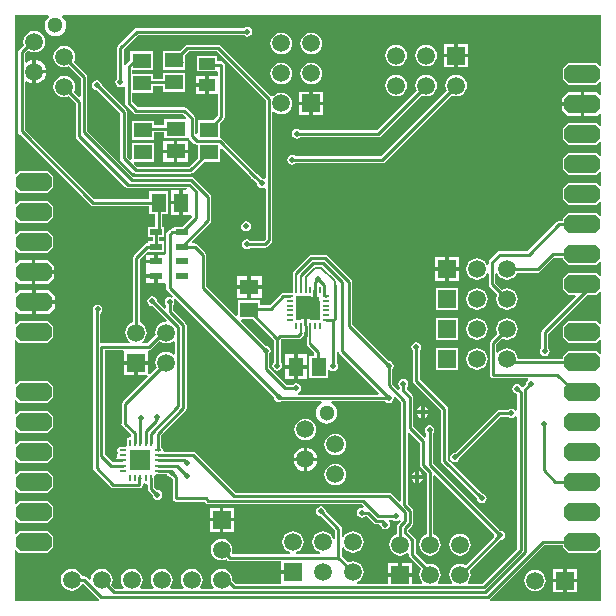
<source format=gtl>
%FSAX42Y42*%
%MOMM*%
G71*
G01*
G75*
G04 Layer_Physical_Order=1*
G04 Layer_Color=255*
%ADD10R,1.70X1.70*%
%ADD11O,0.65X0.20*%
%ADD12O,0.20X0.65*%
%ADD13R,1.60X1.30*%
%ADD14R,1.30X1.60*%
%ADD15R,1.10X0.60*%
%ADD16R,1.40X1.00*%
%ADD17R,0.23X0.60*%
%ADD18R,0.60X0.23*%
%ADD19C,0.25*%
%ADD20C,0.24*%
%ADD21C,0.20*%
%ADD22C,1.50*%
%ADD23R,1.50X1.50*%
%ADD24R,1.50X1.50*%
%ADD25C,1.30*%
G04:AMPARAMS|DCode=26|XSize=3mm|YSize=1.5mm|CornerRadius=0mm|HoleSize=0mm|Usage=FLASHONLY|Rotation=0.000|XOffset=0mm|YOffset=0mm|HoleType=Round|Shape=Octagon|*
%AMOCTAGOND26*
4,1,8,1.50,-0.38,1.50,0.38,1.13,0.75,-1.13,0.75,-1.50,0.38,-1.50,-0.38,-1.13,-0.75,1.13,-0.75,1.50,-0.38,0.0*
%
%ADD26OCTAGOND26*%

%ADD27C,1.52*%
%ADD28C,0.50*%
G36*
X005073Y005104D02*
X005075D01*
Y005095D01*
X005095D01*
Y005063D01*
X005104D01*
Y005033D01*
Y004993D01*
Y004953D01*
Y004913D01*
Y004896D01*
X005017D01*
Y004905D01*
X004995D01*
Y004896D01*
X004993D01*
Y004859D01*
X004991Y004850D01*
X004969D01*
X004967Y004859D01*
Y004896D01*
X004965D01*
Y004905D01*
X004943D01*
Y004896D01*
X004896D01*
Y004913D01*
Y004953D01*
Y004993D01*
Y005033D01*
Y005073D01*
Y005104D01*
X005023D01*
Y005095D01*
X005045D01*
Y005104D01*
X005047D01*
Y005150D01*
X005073D01*
Y005104D01*
D02*
G37*
G36*
X004711Y004731D02*
Y004542D01*
X004711Y004542D01*
X004702Y004528D01*
X004699Y004512D01*
X004702Y004497D01*
X004711Y004483D01*
X004724Y004474D01*
X004740Y004471D01*
X004756Y004474D01*
X004769Y004483D01*
X004778Y004497D01*
X004781Y004512D01*
X004778Y004528D01*
X004769Y004542D01*
X004769Y004542D01*
Y004731D01*
X004772Y004734D01*
X004917D01*
X004929Y004736D01*
X004938Y004742D01*
X004960Y004765D01*
X004967Y004774D01*
X004969Y004785D01*
Y004795D01*
X004991D01*
Y004695D01*
X004993Y004684D01*
X005000Y004675D01*
X005054Y004621D01*
Y004598D01*
X005010D01*
Y004407D01*
X005171D01*
Y004474D01*
X005186Y004478D01*
X005186Y004478D01*
X005199Y004469D01*
X005215Y004466D01*
X005231Y004469D01*
X005244Y004478D01*
X005253Y004492D01*
X005256Y004508D01*
X005253Y004523D01*
X005244Y004537D01*
X005244Y004537D01*
Y004627D01*
X005259Y004629D01*
X005260Y004625D01*
X005266Y004616D01*
X005602Y004280D01*
X005596Y004266D01*
X004916D01*
X004914Y004281D01*
X004918Y004282D01*
X004931Y004291D01*
X004940Y004305D01*
X004943Y004320D01*
X004940Y004336D01*
X004931Y004350D01*
X004918Y004359D01*
X004902Y004362D01*
X004886Y004359D01*
X004873Y004350D01*
X004872Y004348D01*
X004821D01*
X004673Y004497D01*
Y004610D01*
X004674Y004611D01*
X004683Y004624D01*
X004686Y004640D01*
X004683Y004656D01*
X004674Y004669D01*
X004661Y004678D01*
X004645Y004681D01*
X004644Y004681D01*
X004432Y004893D01*
X004438Y004907D01*
X004535D01*
X004711Y004731D01*
D02*
G37*
G36*
X005948Y003860D02*
Y003670D01*
X005950Y003659D01*
X005956Y003650D01*
X006005Y003601D01*
Y003083D01*
X005988Y003076D01*
X005969Y003061D01*
X005955Y003042D01*
X005946Y003020D01*
X005943Y002996D01*
X005946Y002973D01*
X005955Y002951D01*
X005969Y002932D01*
X005988Y002917D01*
X006010Y002908D01*
X006034Y002905D01*
X006058Y002908D01*
X006080Y002917D01*
X006099Y002932D01*
X006113Y002951D01*
X006122Y002973D01*
X006125Y002996D01*
X006122Y003020D01*
X006113Y003042D01*
X006099Y003061D01*
X006080Y003076D01*
X006063Y003083D01*
Y003582D01*
X006077Y003588D01*
X006579Y003086D01*
Y003064D01*
X006335Y002821D01*
X006334Y002822D01*
X006312Y002831D01*
X006288Y002834D01*
X006264Y002831D01*
X006242Y002822D01*
X006223Y002807D01*
X006209Y002788D01*
X006200Y002766D01*
X006197Y002742D01*
X006200Y002719D01*
X006209Y002697D01*
X006221Y002681D01*
X006217Y002666D01*
X006105D01*
X006101Y002681D01*
X006113Y002697D01*
X006122Y002719D01*
X006125Y002742D01*
X006122Y002766D01*
X006113Y002788D01*
X006099Y002807D01*
X006080Y002822D01*
X006058Y002831D01*
X006034Y002834D01*
X006010Y002831D01*
X006004Y002828D01*
X005911Y002922D01*
Y003039D01*
X005908Y003050D01*
X005902Y003059D01*
X005848Y003114D01*
Y003125D01*
X005882Y003159D01*
X005882Y003159D01*
X005888Y003168D01*
X005890Y003179D01*
X005890Y003179D01*
Y003286D01*
X005888Y003297D01*
X005882Y003306D01*
X005843Y003345D01*
Y003945D01*
X005857Y003951D01*
X005948Y003860D01*
D02*
G37*
G36*
X003873Y004716D02*
Y004613D01*
X003858Y004606D01*
X003845Y004617D01*
X003823Y004626D01*
X003799Y004629D01*
X003775Y004626D01*
X003753Y004617D01*
X003734Y004602D01*
X003720Y004583D01*
X003711Y004561D01*
X003708Y004537D01*
X003711Y004514D01*
X003718Y004496D01*
X003661Y004439D01*
X003645Y004445D01*
Y004522D01*
X003560D01*
Y004437D01*
X003637D01*
X003644Y004422D01*
X003430Y004208D01*
X003424Y004199D01*
X003422Y004188D01*
Y004026D01*
X003421Y004022D01*
X003423Y004011D01*
X003430Y004002D01*
X003502Y003930D01*
X003501Y003916D01*
X003490Y003906D01*
X003480Y003904D01*
X003472Y003898D01*
X003466Y003890D01*
X003464Y003880D01*
Y003840D01*
X003459Y003831D01*
X003450Y003826D01*
X003410D01*
X003400Y003824D01*
X003392Y003818D01*
X003386Y003810D01*
X003384Y003800D01*
X003386Y003790D01*
X003392Y003782D01*
Y003773D01*
X003386Y003765D01*
X003384Y003755D01*
X003386Y003745D01*
X003386Y003745D01*
X003384Y003736D01*
X003377Y003725D01*
X003433D01*
Y003695D01*
X003363D01*
X003362Y003693D01*
X003347D01*
X003278Y003762D01*
Y004644D01*
X003432D01*
X003445Y004638D01*
X003445Y004629D01*
Y004552D01*
X003645D01*
Y004629D01*
Y004632D01*
X003651Y004641D01*
X003657Y004645D01*
X003663Y004647D01*
X003672Y004653D01*
X003741Y004722D01*
X003753Y004712D01*
X003775Y004703D01*
X003799Y004700D01*
X003823Y004703D01*
X003845Y004712D01*
X003858Y004723D01*
X003873Y004716D01*
D02*
G37*
G36*
X007483Y007052D02*
X007469Y007046D01*
X007443Y007072D01*
X007203D01*
X007157Y007026D01*
Y006936D01*
X007203Y006891D01*
X007443D01*
X007469Y006916D01*
X007483Y006910D01*
Y006813D01*
X007469Y006807D01*
X007448Y006828D01*
X007338D01*
Y006727D01*
Y006627D01*
X007448D01*
X007469Y006647D01*
X007483Y006642D01*
Y006544D01*
X007469Y006538D01*
X007443Y006564D01*
X007203D01*
X007157Y006518D01*
Y006428D01*
X007203Y006383D01*
X007443D01*
X007469Y006408D01*
X007483Y006402D01*
Y006290D01*
X007469Y006284D01*
X007443Y006310D01*
X007203D01*
X007157Y006264D01*
Y006174D01*
X007203Y006129D01*
X007443D01*
X007469Y006154D01*
X007483Y006148D01*
Y006036D01*
X007469Y006030D01*
X007443Y006056D01*
X007203D01*
X007157Y006010D01*
Y005920D01*
X007203Y005875D01*
X007443D01*
X007469Y005900D01*
X007483Y005894D01*
Y005782D01*
X007469Y005776D01*
X007443Y005802D01*
X007203D01*
X007157Y005756D01*
Y005740D01*
X007129D01*
X007129Y005740D01*
X007118Y005738D01*
X007108Y005732D01*
X007108Y005732D01*
X006858Y005481D01*
X006622D01*
X006611Y005479D01*
X006602Y005473D01*
X006537Y005408D01*
X006531Y005399D01*
X006529Y005388D01*
Y005370D01*
X006514Y005367D01*
X006510Y005376D01*
X006496Y005395D01*
X006477Y005409D01*
X006455Y005418D01*
X006431Y005421D01*
X006407Y005418D01*
X006385Y005409D01*
X006366Y005395D01*
X006352Y005376D01*
X006343Y005354D01*
X006340Y005330D01*
X006343Y005306D01*
X006352Y005284D01*
X006366Y005265D01*
X006385Y005251D01*
X006407Y005242D01*
X006431Y005239D01*
X006455Y005242D01*
X006477Y005251D01*
X006496Y005265D01*
X006510Y005284D01*
X006514Y005293D01*
X006529Y005290D01*
Y005204D01*
X006531Y005192D01*
X006537Y005183D01*
X006604Y005117D01*
X006597Y005100D01*
X006594Y005076D01*
X006597Y005052D01*
X006606Y005030D01*
X006620Y005011D01*
X006639Y004997D01*
X006661Y004988D01*
X006685Y004985D01*
X006709Y004988D01*
X006731Y004997D01*
X006750Y005011D01*
X006764Y005030D01*
X006773Y005052D01*
X006776Y005076D01*
X006773Y005100D01*
X006764Y005122D01*
X006750Y005141D01*
X006731Y005155D01*
X006709Y005164D01*
X006685Y005167D01*
X006661Y005164D01*
X006644Y005157D01*
X006586Y005215D01*
Y005292D01*
X006601Y005295D01*
X006606Y005284D01*
X006620Y005265D01*
X006639Y005251D01*
X006661Y005242D01*
X006685Y005239D01*
X006709Y005242D01*
X006731Y005251D01*
X006750Y005265D01*
X006764Y005284D01*
X006771Y005301D01*
X006945D01*
X006956Y005303D01*
X006965Y005310D01*
X007084Y005428D01*
X007157D01*
Y005412D01*
X007203Y005367D01*
X007443D01*
X007469Y005392D01*
X007483Y005386D01*
Y005274D01*
X007469Y005268D01*
X007443Y005294D01*
X007203D01*
X007157Y005248D01*
Y005158D01*
X007203Y005113D01*
X007262D01*
X007268Y005099D01*
X006985Y004816D01*
X006978Y004806D01*
X006976Y004795D01*
Y004662D01*
X006976Y004662D01*
X006967Y004648D01*
X006964Y004633D01*
X006967Y004617D01*
X006976Y004603D01*
X006989Y004594D01*
X007005Y004591D01*
X007021Y004594D01*
X007034Y004603D01*
X007043Y004617D01*
X007046Y004633D01*
X007043Y004648D01*
X007034Y004662D01*
X007034Y004662D01*
Y004783D01*
X007363Y005113D01*
X007443D01*
X007469Y005138D01*
X007483Y005132D01*
Y004868D01*
X007469Y004862D01*
X007443Y004887D01*
X007203D01*
X007157Y004842D01*
Y004752D01*
X007203Y004706D01*
X007443D01*
X007469Y004732D01*
X007483Y004726D01*
Y004614D01*
X007469Y004608D01*
X007443Y004633D01*
X007203D01*
X007157Y004588D01*
Y004571D01*
X006776D01*
X006773Y004592D01*
X006764Y004614D01*
X006750Y004633D01*
X006731Y004647D01*
X006709Y004656D01*
X006685Y004659D01*
X006661Y004656D01*
X006639Y004647D01*
X006620Y004633D01*
X006611Y004621D01*
X006596Y004626D01*
Y004693D01*
X006644Y004741D01*
X006661Y004734D01*
X006685Y004731D01*
X006709Y004734D01*
X006731Y004743D01*
X006750Y004757D01*
X006764Y004776D01*
X006773Y004798D01*
X006776Y004822D01*
X006773Y004846D01*
X006764Y004868D01*
X006750Y004887D01*
X006731Y004901D01*
X006709Y004910D01*
X006685Y004913D01*
X006661Y004910D01*
X006639Y004901D01*
X006620Y004887D01*
X006606Y004868D01*
X006597Y004846D01*
X006594Y004822D01*
X006597Y004798D01*
X006604Y004781D01*
X006547Y004725D01*
X006541Y004715D01*
X006539Y004704D01*
Y004435D01*
X006541Y004424D01*
X006547Y004415D01*
X006556Y004408D01*
X006568Y004406D01*
X006863D01*
X006866Y004391D01*
X006856Y004384D01*
X006847Y004371D01*
X006844Y004355D01*
X006844Y004354D01*
X006823Y004334D01*
X006817Y004334D01*
X006812Y004334D01*
X006806Y004337D01*
X006799Y004347D01*
X006786Y004356D01*
X006770Y004359D01*
X006754Y004356D01*
X006741Y004347D01*
X006732Y004333D01*
X006729Y004317D01*
X006732Y004302D01*
X006741Y004288D01*
X006754Y004279D01*
X006770Y004276D01*
X006771Y004262D01*
Y004135D01*
X006756Y004130D01*
X006752Y004137D01*
X006738Y004146D01*
X006722Y004149D01*
X006707Y004146D01*
X006693Y004137D01*
X006693Y004136D01*
X006618D01*
X006618Y004136D01*
X006606Y004134D01*
X006597Y004128D01*
X006246Y003776D01*
X006245Y003776D01*
X006229Y003773D01*
X006216Y003764D01*
X006207Y003751D01*
X006204Y003735D01*
X006207Y003719D01*
X006209Y003716D01*
X006209Y003716D01*
X006209Y003716D01*
X006215Y003707D01*
X006214Y003707D01*
X006214Y003707D01*
X006213Y003706D01*
X006203Y003698D01*
X006184Y003717D01*
Y004147D01*
X006182Y004159D01*
X006175Y004168D01*
X005946Y004397D01*
Y004641D01*
X005947Y004641D01*
X005956Y004654D01*
X005959Y004670D01*
X005956Y004686D01*
X005947Y004699D01*
X005933Y004708D01*
X005917Y004711D01*
X005902Y004708D01*
X005888Y004699D01*
X005879Y004686D01*
X005876Y004670D01*
X005879Y004654D01*
X005888Y004641D01*
X005889Y004641D01*
Y004385D01*
X005891Y004374D01*
X005897Y004365D01*
X006126Y004136D01*
Y003705D01*
X006128Y003694D01*
X006135Y003685D01*
X006431Y003388D01*
X006431Y003388D01*
X006434Y003372D01*
X006443Y003358D01*
X006457Y003349D01*
X006472Y003346D01*
X006488Y003349D01*
X006502Y003358D01*
X006511Y003372D01*
X006514Y003388D01*
X006511Y003403D01*
X006502Y003417D01*
X006488Y003426D01*
X006472Y003429D01*
X006472Y003429D01*
X006208Y003693D01*
X006216Y003703D01*
X006217Y003704D01*
X006217Y003704D01*
X006217Y003705D01*
X006226Y003699D01*
X006226Y003699D01*
X006226D01*
X006229Y003697D01*
X006245Y003694D01*
X006261Y003697D01*
X006274Y003706D01*
X006283Y003719D01*
X006286Y003735D01*
X006286Y003736D01*
X006629Y004079D01*
X006693D01*
X006693Y004078D01*
X006707Y004069D01*
X006722Y004066D01*
X006738Y004069D01*
X006752Y004078D01*
X006756Y004085D01*
X006771Y004080D01*
Y002962D01*
X006475Y002666D01*
X006359D01*
X006355Y002681D01*
X006367Y002697D01*
X006376Y002719D01*
X006379Y002742D01*
X006376Y002766D01*
X006372Y002776D01*
X006629Y003034D01*
X006630Y003034D01*
X006646Y003037D01*
X006659Y003046D01*
X006668Y003059D01*
X006671Y003075D01*
X006668Y003091D01*
X006659Y003104D01*
X006646Y003113D01*
X006630Y003116D01*
X006629Y003116D01*
X006059Y003687D01*
Y003938D01*
X006059Y003938D01*
X006068Y003952D01*
X006071Y003967D01*
X006068Y003983D01*
X006059Y003997D01*
X006046Y004006D01*
X006030Y004009D01*
X006014Y004006D01*
X006001Y003997D01*
X005992Y003983D01*
X005989Y003967D01*
X005992Y003952D01*
X006001Y003938D01*
X006001Y003938D01*
Y003910D01*
X005986Y003904D01*
X005891Y003998D01*
Y004245D01*
X005889Y004256D01*
X005883Y004265D01*
X005836Y004312D01*
Y004328D01*
X005837Y004328D01*
X005846Y004342D01*
X005849Y004358D01*
X005846Y004373D01*
X005837Y004387D01*
X005823Y004396D01*
X005808Y004399D01*
X005792Y004396D01*
X005778Y004387D01*
X005769Y004373D01*
X005766Y004358D01*
X005769Y004342D01*
X005778Y004328D01*
X005779Y004328D01*
Y004312D01*
X005764Y004306D01*
X005713Y004357D01*
Y004480D01*
X005714Y004481D01*
X005723Y004494D01*
X005726Y004510D01*
X005723Y004526D01*
X005714Y004539D01*
X005701Y004548D01*
X005685Y004551D01*
X005684Y004551D01*
X005373Y004862D01*
Y005222D01*
X005371Y005233D01*
X005365Y005242D01*
X005166Y005441D01*
X005157Y005447D01*
X005146Y005449D01*
X005027D01*
X005016Y005447D01*
X005007Y005441D01*
X004880Y005314D01*
X004874Y005305D01*
X004872Y005294D01*
X004874Y005284D01*
Y005196D01*
X004873D01*
Y005128D01*
X004858Y005127D01*
X004850Y005129D01*
X004792D01*
X004781Y005127D01*
X004772Y005120D01*
X004676Y005024D01*
X004598D01*
Y005068D01*
X004407D01*
Y004938D01*
X004393Y004932D01*
X004141Y005184D01*
Y005447D01*
X004141Y005447D01*
X004138Y005458D01*
X004132Y005467D01*
X004060Y005540D01*
X004051Y005546D01*
X004040Y005548D01*
X004022D01*
X004015Y005563D01*
X004175Y005723D01*
X004175Y005723D01*
X004181Y005732D01*
X004183Y005742D01*
Y005942D01*
X004181Y005953D01*
X004175Y005962D01*
X004032Y006105D01*
X004023Y006111D01*
X004012Y006113D01*
X003519D01*
X003133Y006499D01*
Y006960D01*
X003131Y006970D01*
X003125Y006979D01*
X003017Y007087D01*
X003025Y007104D01*
X003028Y007128D01*
X003025Y007152D01*
X003016Y007174D01*
X003001Y007193D01*
X002982Y007207D01*
X002960Y007216D01*
X002936Y007219D01*
X002913Y007216D01*
X002891Y007207D01*
X002872Y007193D01*
X002857Y007174D01*
X002848Y007152D01*
X002845Y007128D01*
X002848Y007104D01*
X002857Y007082D01*
X002872Y007063D01*
X002891Y007049D01*
X002913Y007040D01*
X002936Y007037D01*
X002960Y007040D01*
X002978Y007047D01*
X003077Y006948D01*
Y006794D01*
X003063Y006788D01*
X003018Y006833D01*
X003025Y006850D01*
X003028Y006874D01*
X003025Y006898D01*
X003016Y006920D01*
X003001Y006939D01*
X002982Y006953D01*
X002960Y006962D01*
X002936Y006965D01*
X002913Y006962D01*
X002891Y006953D01*
X002872Y006939D01*
X002857Y006920D01*
X002848Y006898D01*
X002845Y006874D01*
X002848Y006850D01*
X002857Y006828D01*
X002872Y006809D01*
X002891Y006795D01*
X002913Y006786D01*
X002936Y006783D01*
X002960Y006786D01*
X002977Y006793D01*
X003036Y006734D01*
Y006455D01*
X003038Y006444D01*
X003044Y006435D01*
X003455Y006024D01*
X003464Y006018D01*
X003475Y006016D01*
X003973D01*
X003975Y006013D01*
X003966Y005998D01*
X003942D01*
Y005893D01*
Y005787D01*
X004012D01*
X004019Y005772D01*
X003937Y005690D01*
X003862D01*
Y005674D01*
X003853D01*
X003841Y005672D01*
X003832Y005665D01*
X003807Y005640D01*
X003801Y005631D01*
X003799Y005620D01*
Y005463D01*
X003793Y005450D01*
X003784Y005450D01*
X003728D01*
Y005395D01*
X003712D01*
Y005380D01*
X003632D01*
Y005341D01*
X003632Y005340D01*
Y005333D01*
Y005325D01*
X003632Y005324D01*
Y005285D01*
X003712D01*
Y005270D01*
X003728D01*
Y005215D01*
X003784D01*
X003793Y005215D01*
X003799Y005202D01*
D01*
Y005170D01*
X003801Y005159D01*
X003807Y005150D01*
X003857Y005100D01*
X003847Y005088D01*
X003843Y005091D01*
X003828Y005094D01*
X003812Y005091D01*
X003798Y005082D01*
X003789Y005068D01*
X003786Y005053D01*
X003789Y005037D01*
X003798Y005023D01*
X003799Y005023D01*
Y005002D01*
X003785Y004996D01*
X003724Y005057D01*
X003724Y005058D01*
X003721Y005073D01*
X003712Y005087D01*
X003698Y005096D01*
X003683Y005099D01*
X003667Y005096D01*
X003653Y005087D01*
X003644Y005073D01*
X003641Y005058D01*
X003644Y005042D01*
X003653Y005028D01*
X003667Y005019D01*
X003683Y005016D01*
X003683Y005016D01*
X003803Y004896D01*
X003796Y004882D01*
X003775Y004880D01*
X003753Y004871D01*
X003734Y004856D01*
X003720Y004837D01*
X003711Y004815D01*
X003708Y004791D01*
X003711Y004770D01*
X003641Y004701D01*
X003600D01*
X003595Y004716D01*
X003610Y004727D01*
X003624Y004746D01*
X003633Y004768D01*
X003636Y004791D01*
X003633Y004815D01*
X003624Y004837D01*
X003610Y004856D01*
X003591Y004871D01*
X003574Y004878D01*
Y005413D01*
X003621Y005460D01*
X003632Y005450D01*
Y005410D01*
X003697D01*
Y005450D01*
X003633D01*
X003622Y005461D01*
X003629Y005468D01*
X003642Y005474D01*
Y005474D01*
X003642Y005474D01*
X003783D01*
Y005565D01*
X003741D01*
Y005599D01*
X003783D01*
Y005690D01*
X003766D01*
Y005797D01*
X003818D01*
Y005988D01*
X003657D01*
Y005921D01*
X003192D01*
X002604Y006509D01*
Y006916D01*
X002619Y006923D01*
X002632Y006913D01*
X002656Y006903D01*
X002667Y006902D01*
Y007001D01*
Y007100D01*
X002656Y007099D01*
X002632Y007089D01*
X002619Y007079D01*
X002604Y007086D01*
Y007156D01*
X002630Y007181D01*
X002637Y007176D01*
X002659Y007167D01*
X002682Y007164D01*
X002706Y007167D01*
X002728Y007176D01*
X002747Y007190D01*
X002762Y007209D01*
X002771Y007231D01*
X002774Y007255D01*
X002771Y007279D01*
X002762Y007301D01*
X002747Y007320D01*
X002728Y007334D01*
X002706Y007343D01*
X002682Y007346D01*
X002659Y007343D01*
X002637Y007334D01*
X002618Y007320D01*
X002603Y007301D01*
X002594Y007279D01*
X002591Y007255D01*
X002594Y007231D01*
X002595Y007229D01*
X002555Y007188D01*
X002548Y007179D01*
X002546Y007168D01*
Y006497D01*
X002548Y006486D01*
X002555Y006477D01*
X003160Y005872D01*
X003160Y005872D01*
X003169Y005866D01*
X003180Y005864D01*
X003657D01*
Y005797D01*
X003709D01*
Y005690D01*
X003642D01*
Y005599D01*
X003684D01*
Y005565D01*
X003642D01*
Y005549D01*
X003640D01*
X003629Y005547D01*
X003620Y005540D01*
X003620Y005540D01*
X003525Y005445D01*
X003518Y005436D01*
X003516Y005425D01*
Y004878D01*
X003499Y004871D01*
X003480Y004856D01*
X003466Y004837D01*
X003457Y004815D01*
X003454Y004791D01*
X003457Y004768D01*
X003466Y004746D01*
X003480Y004727D01*
X003495Y004716D01*
X003490Y004701D01*
X003250D01*
X003238Y004714D01*
Y004953D01*
X003248Y004960D01*
X003257Y004973D01*
X003260Y004989D01*
X003257Y005005D01*
X003248Y005018D01*
X003235Y005027D01*
X003219Y005030D01*
X003203Y005027D01*
X003190Y005018D01*
X003181Y005005D01*
X003178Y004989D01*
X003181Y004973D01*
X003182Y004972D01*
Y003645D01*
X003184Y003634D01*
X003190Y003625D01*
X003333Y003483D01*
X003342Y003477D01*
X003353Y003474D01*
X003572D01*
X003583Y003477D01*
X003592Y003483D01*
X003598Y003492D01*
X003601Y003503D01*
Y003507D01*
X003615Y003516D01*
X003616Y003516D01*
X003625Y003514D01*
X003627Y003514D01*
X003642Y003504D01*
Y003472D01*
X003644Y003462D01*
X003650Y003453D01*
X003684Y003419D01*
X003684Y003417D01*
X003687Y003402D01*
X003696Y003388D01*
X003709Y003379D01*
X003725Y003376D01*
X003741Y003379D01*
X003754Y003388D01*
X003763Y003402D01*
X003766Y003417D01*
X003763Y003433D01*
X003754Y003447D01*
X003741Y003456D01*
X003725Y003459D01*
X003724Y003459D01*
X003698Y003484D01*
Y003562D01*
X003696Y003573D01*
Y003580D01*
X003701Y003589D01*
X003710Y003594D01*
X003716D01*
X003716Y003593D01*
X003728Y003591D01*
X003809D01*
X003809Y003589D01*
X003818Y003576D01*
X003832Y003567D01*
X003847Y003564D01*
X003854Y003551D01*
Y003390D01*
X003857Y003379D01*
X003863Y003370D01*
X003872Y003364D01*
X003883Y003362D01*
X004125D01*
X004137Y003350D01*
X004146Y003344D01*
X004157Y003342D01*
X005452D01*
X005473Y003321D01*
X005465Y003307D01*
X005455Y003309D01*
X005439Y003306D01*
X005426Y003297D01*
X005417Y003283D01*
X005414Y003267D01*
X005417Y003252D01*
X005426Y003238D01*
X005439Y003229D01*
X005455Y003226D01*
X005471Y003229D01*
X005484Y003238D01*
X005499Y003237D01*
X005559Y003177D01*
X005559Y003177D01*
X005568Y003171D01*
X005579Y003169D01*
X005579Y003169D01*
X005599D01*
X005614Y003167D01*
X005617Y003152D01*
X005626Y003138D01*
X005639Y003129D01*
X005655Y003126D01*
X005671Y003129D01*
X005684Y003138D01*
X005693Y003152D01*
X005696Y003167D01*
X005693Y003183D01*
X005686Y003194D01*
X005689Y003203D01*
X005692Y003209D01*
X005715D01*
X005716Y003208D01*
X005729Y003199D01*
X005745Y003196D01*
X005761Y003199D01*
X005769Y003205D01*
X005784Y003200D01*
X005786Y003199D01*
X005786Y003198D01*
X005760Y003172D01*
X005754Y003163D01*
X005752Y003152D01*
Y003083D01*
X005734Y003076D01*
X005715Y003061D01*
X005701Y003042D01*
X005692Y003020D01*
X005689Y002996D01*
X005692Y002973D01*
X005701Y002951D01*
X005715Y002932D01*
X005734Y002917D01*
X005756Y002908D01*
X005780Y002905D01*
X005804Y002908D01*
X005826Y002917D01*
X005839Y002928D01*
X005854Y002921D01*
Y002910D01*
X005857Y002899D01*
X005863Y002890D01*
X005959Y002794D01*
X005955Y002788D01*
X005946Y002766D01*
X005943Y002742D01*
X005946Y002719D01*
X005955Y002697D01*
X005967Y002681D01*
X005963Y002666D01*
X005880D01*
Y002727D01*
X005680D01*
Y002666D01*
X005418D01*
X005415Y002681D01*
X005427Y002686D01*
X005446Y002700D01*
X005460Y002719D01*
X005469Y002741D01*
X005472Y002765D01*
X005469Y002788D01*
X005460Y002810D01*
X005446Y002829D01*
X005427Y002844D01*
X005405Y002853D01*
X005381Y002856D01*
X005357Y002853D01*
X005340Y002846D01*
X005287Y002899D01*
Y002969D01*
X005301Y002973D01*
X005302Y002973D01*
X005316Y002954D01*
X005335Y002940D01*
X005357Y002931D01*
X005381Y002928D01*
X005405Y002931D01*
X005427Y002940D01*
X005446Y002954D01*
X005460Y002973D01*
X005469Y002995D01*
X005472Y003019D01*
X005469Y003042D01*
X005460Y003064D01*
X005446Y003083D01*
X005427Y003098D01*
X005405Y003107D01*
X005381Y003110D01*
X005357Y003107D01*
X005335Y003098D01*
X005316Y003083D01*
X005302Y003065D01*
X005301Y003065D01*
X005287Y003068D01*
Y003132D01*
X005287Y003132D01*
X005285Y003143D01*
X005279Y003152D01*
X005151Y003279D01*
X005151Y003280D01*
X005148Y003296D01*
X005139Y003309D01*
X005126Y003318D01*
X005110Y003321D01*
X005094Y003318D01*
X005081Y003309D01*
X005072Y003296D01*
X005069Y003280D01*
X005072Y003264D01*
X005081Y003251D01*
X005094Y003242D01*
X005110Y003239D01*
X005111Y003239D01*
X005230Y003120D01*
Y003046D01*
X005215Y003042D01*
X005206Y003064D01*
X005192Y003083D01*
X005173Y003098D01*
X005151Y003107D01*
X005127Y003110D01*
X005103Y003107D01*
X005081Y003098D01*
X005062Y003083D01*
X005048Y003064D01*
X005039Y003042D01*
X005036Y003019D01*
X005039Y002995D01*
X005048Y002973D01*
X005062Y002954D01*
X005081Y002940D01*
X005103Y002931D01*
X005100Y002916D01*
X004900D01*
X004897Y002931D01*
X004919Y002940D01*
X004938Y002954D01*
X004952Y002973D01*
X004961Y002995D01*
X004964Y003019D01*
X004961Y003042D01*
X004952Y003064D01*
X004938Y003083D01*
X004919Y003098D01*
X004897Y003107D01*
X004873Y003110D01*
X004849Y003107D01*
X004827Y003098D01*
X004808Y003083D01*
X004794Y003064D01*
X004785Y003042D01*
X004782Y003019D01*
X004785Y002995D01*
X004794Y002973D01*
X004808Y002954D01*
X004827Y002940D01*
X004849Y002931D01*
X004846Y002916D01*
X004366D01*
X004359Y002927D01*
X004358Y002931D01*
X004361Y002954D01*
X004358Y002978D01*
X004349Y003000D01*
X004335Y003019D01*
X004316Y003033D01*
X004294Y003042D01*
X004270Y003045D01*
X004246Y003042D01*
X004224Y003033D01*
X004205Y003019D01*
X004191Y003000D01*
X004182Y002978D01*
X004179Y002954D01*
X004182Y002930D01*
X004191Y002908D01*
X004205Y002889D01*
X004224Y002875D01*
X004246Y002866D01*
X004270Y002863D01*
X004294Y002866D01*
X004311Y002873D01*
X004316Y002867D01*
X004325Y002861D01*
X004336Y002859D01*
X004773D01*
Y002780D01*
X004873D01*
Y002750D01*
X004773D01*
Y002666D01*
X004390D01*
X004361Y002695D01*
X004361Y002700D01*
X004358Y002724D01*
X004349Y002746D01*
X004335Y002765D01*
X004316Y002779D01*
X004294Y002788D01*
X004270Y002791D01*
X004246Y002788D01*
X004224Y002779D01*
X004205Y002765D01*
X004191Y002746D01*
X004182Y002724D01*
X004179Y002700D01*
X004182Y002676D01*
X004191Y002654D01*
X004202Y002640D01*
X004197Y002624D01*
X004092D01*
X004085Y002640D01*
X004096Y002654D01*
X004105Y002676D01*
X004108Y002700D01*
X004105Y002724D01*
X004096Y002746D01*
X004081Y002765D01*
X004062Y002780D01*
X004040Y002789D01*
X004016Y002792D01*
X003992Y002789D01*
X003970Y002780D01*
X003951Y002765D01*
X003936Y002746D01*
X003927Y002724D01*
X003924Y002700D01*
X003927Y002676D01*
X003936Y002654D01*
X003947Y002640D01*
X003940Y002625D01*
X003838D01*
X003831Y002640D01*
X003842Y002654D01*
X003851Y002676D01*
X003854Y002700D01*
X003851Y002724D01*
X003842Y002746D01*
X003827Y002765D01*
X003808Y002780D01*
X003786Y002789D01*
X003762Y002792D01*
X003738Y002789D01*
X003716Y002780D01*
X003697Y002765D01*
X003682Y002746D01*
X003673Y002724D01*
X003670Y002700D01*
X003673Y002676D01*
X003682Y002654D01*
X003693Y002640D01*
X003686Y002625D01*
X003584D01*
X003577Y002640D01*
X003588Y002654D01*
X003597Y002676D01*
X003600Y002700D01*
X003597Y002724D01*
X003588Y002746D01*
X003573Y002765D01*
X003554Y002780D01*
X003532Y002789D01*
X003508Y002792D01*
X003484Y002789D01*
X003462Y002780D01*
X003443Y002765D01*
X003428Y002746D01*
X003419Y002724D01*
X003416Y002700D01*
X003419Y002676D01*
X003428Y002654D01*
X003439Y002640D01*
X003432Y002624D01*
X003370D01*
X003336Y002659D01*
X003343Y002676D01*
X003346Y002700D01*
X003343Y002724D01*
X003334Y002746D01*
X003319Y002765D01*
X003300Y002780D01*
X003278Y002789D01*
X003254Y002792D01*
X003230Y002789D01*
X003208Y002780D01*
X003189Y002765D01*
X003174Y002746D01*
X003165Y002724D01*
X003162Y002706D01*
X003147Y002700D01*
X003127Y002720D01*
X003117Y002727D01*
X003106Y002729D01*
X003087D01*
X003080Y002746D01*
X003065Y002765D01*
X003046Y002780D01*
X003024Y002789D01*
X003000Y002792D01*
X002976Y002789D01*
X002954Y002780D01*
X002935Y002765D01*
X002920Y002746D01*
X002911Y002724D01*
X002908Y002700D01*
X002911Y002676D01*
X002920Y002654D01*
X002935Y002635D01*
X002954Y002620D01*
X002976Y002611D01*
X003000Y002608D01*
X003024Y002611D01*
X003046Y002620D01*
X003065Y002635D01*
X003080Y002654D01*
X003083Y002661D01*
X003101Y002665D01*
X003231Y002534D01*
X003234Y002532D01*
X003230Y002517D01*
X002517D01*
Y002948D01*
X002531Y002954D01*
X002557Y002928D01*
X002797D01*
X002842Y002974D01*
Y003064D01*
X002797Y003109D01*
X002557D01*
X002531Y003084D01*
X002517Y003089D01*
Y003202D01*
X002531Y003208D01*
X002557Y003182D01*
X002797D01*
X002842Y003228D01*
Y003318D01*
X002797Y003363D01*
X002557D01*
X002531Y003338D01*
X002517Y003343D01*
Y003456D01*
X002531Y003462D01*
X002557Y003436D01*
X002797D01*
X002842Y003482D01*
Y003572D01*
X002797Y003617D01*
X002557D01*
X002531Y003592D01*
X002517Y003597D01*
Y003710D01*
X002531Y003716D01*
X002557Y003690D01*
X002797D01*
X002842Y003736D01*
Y003826D01*
X002797Y003871D01*
X002557D01*
X002531Y003846D01*
X002517Y003851D01*
Y003964D01*
X002531Y003970D01*
X002557Y003944D01*
X002797D01*
X002842Y003990D01*
Y004080D01*
X002797Y004125D01*
X002557D01*
X002531Y004100D01*
X002517Y004105D01*
Y004218D01*
X002531Y004224D01*
X002557Y004198D01*
X002797D01*
X002842Y004244D01*
Y004334D01*
X002797Y004379D01*
X002557D01*
X002531Y004354D01*
X002517Y004359D01*
Y004726D01*
X002531Y004732D01*
X002557Y004706D01*
X002797D01*
X002842Y004752D01*
Y004842D01*
X002797Y004887D01*
X002557D01*
X002531Y004862D01*
X002517Y004867D01*
Y004968D01*
X002531Y004974D01*
X002554Y004950D01*
X002665D01*
Y005051D01*
Y005151D01*
X002554D01*
X002531Y005128D01*
X002517Y005134D01*
Y005219D01*
X002531Y005225D01*
X002552Y005204D01*
X002662D01*
Y005305D01*
Y005405D01*
X002552D01*
X002531Y005385D01*
X002517Y005390D01*
Y005488D01*
X002531Y005494D01*
X002557Y005468D01*
X002797D01*
X002842Y005514D01*
Y005604D01*
X002797Y005649D01*
X002557D01*
X002531Y005624D01*
X002517Y005629D01*
Y005742D01*
X002531Y005748D01*
X002557Y005722D01*
X002797D01*
X002842Y005768D01*
Y005858D01*
X002797Y005903D01*
X002557D01*
X002531Y005878D01*
X002517Y005883D01*
Y005996D01*
X002531Y006002D01*
X002557Y005976D01*
X002797D01*
X002842Y006022D01*
Y006112D01*
X002797Y006157D01*
X002557D01*
X002531Y006132D01*
X002517Y006137D01*
Y007483D01*
X002803D01*
X002809Y007468D01*
X002798Y007460D01*
X002783Y007441D01*
X002774Y007419D01*
X002771Y007395D01*
X002774Y007371D01*
X002783Y007349D01*
X002798Y007330D01*
X002817Y007316D01*
X002839Y007307D01*
X002862Y007304D01*
X002886Y007307D01*
X002908Y007316D01*
X002927Y007330D01*
X002942Y007349D01*
X002951Y007371D01*
X002954Y007395D01*
X002951Y007419D01*
X002942Y007441D01*
X002927Y007460D01*
X002916Y007468D01*
X002922Y007483D01*
X007483D01*
Y007052D01*
D02*
G37*
G36*
X004711Y004246D02*
X004711Y004245D01*
X004714Y004229D01*
X004723Y004216D01*
X004737Y004207D01*
X004753Y004204D01*
X004768Y004207D01*
X004771Y004209D01*
X005114D01*
X005117Y004194D01*
X005112Y004192D01*
X005093Y004177D01*
X005078Y004158D01*
X005069Y004136D01*
X005066Y004112D01*
X005069Y004089D01*
X005078Y004067D01*
X005093Y004048D01*
X005112Y004033D01*
X005134Y004024D01*
X005158Y004021D01*
X005181Y004024D01*
X005203Y004033D01*
X005222Y004048D01*
X005237Y004067D01*
X005246Y004089D01*
X005249Y004112D01*
X005246Y004136D01*
X005237Y004158D01*
X005222Y004177D01*
X005203Y004192D01*
X005198Y004194D01*
X005201Y004209D01*
X005656D01*
X005656Y004208D01*
X005669Y004199D01*
X005685Y004196D01*
X005701Y004199D01*
X005714Y004208D01*
X005723Y004222D01*
X005726Y004237D01*
X005725Y004244D01*
X005739Y004251D01*
X005787Y004203D01*
Y003365D01*
X005773Y003359D01*
X005703Y003430D01*
X005694Y003436D01*
X005683Y003438D01*
X004387D01*
X004050Y003775D01*
X004041Y003781D01*
X004030Y003783D01*
X003786D01*
X003776Y003798D01*
X003776Y003800D01*
X003774Y003810D01*
X003768Y003818D01*
X003760Y003824D01*
X003756Y003825D01*
Y003925D01*
X003963Y004132D01*
X003970Y004141D01*
X003972Y004152D01*
Y004855D01*
X003970Y004866D01*
X003963Y004875D01*
X003963Y004875D01*
X003856Y004982D01*
Y005023D01*
X003857Y005023D01*
X003866Y005037D01*
X003869Y005053D01*
X003866Y005068D01*
X003863Y005072D01*
X003875Y005082D01*
X004711Y004246D01*
D02*
G37*
G36*
X007157Y002974D02*
X007203Y002928D01*
X007443D01*
X007469Y002954D01*
X007483Y002948D01*
Y002517D01*
X006547D01*
X006542Y002532D01*
X006545Y002534D01*
X007001Y002990D01*
X007157D01*
Y002974D01*
D02*
G37*
%LPC*%
G36*
X004885Y004487D02*
X004810D01*
Y004397D01*
X004885D01*
Y004487D01*
D02*
G37*
G36*
X005988Y004168D02*
Y004135D01*
X006021D01*
X006020Y004140D01*
X006009Y004156D01*
X005992Y004167D01*
X005988Y004168D01*
D02*
G37*
G36*
X004978Y004064D02*
X004954Y004061D01*
X004932Y004052D01*
X004913Y004037D01*
X004898Y004018D01*
X004889Y003996D01*
X004886Y003972D01*
X004889Y003949D01*
X004898Y003927D01*
X004913Y003908D01*
X004932Y003893D01*
X004954Y003884D01*
X004978Y003881D01*
X005001Y003884D01*
X005023Y003893D01*
X005042Y003908D01*
X005057Y003927D01*
X005066Y003949D01*
X005069Y003972D01*
X005066Y003996D01*
X005057Y004018D01*
X005042Y004037D01*
X005023Y004052D01*
X005001Y004061D01*
X004978Y004064D01*
D02*
G37*
G36*
X005232Y003937D02*
X005208Y003934D01*
X005186Y003925D01*
X005167Y003910D01*
X005152Y003891D01*
X005143Y003869D01*
X005140Y003846D01*
X005143Y003822D01*
X005152Y003800D01*
X005167Y003781D01*
X005186Y003766D01*
X005208Y003757D01*
X005232Y003754D01*
X005255Y003757D01*
X005277Y003766D01*
X005296Y003781D01*
X005311Y003800D01*
X005320Y003822D01*
X005323Y003846D01*
X005320Y003869D01*
X005311Y003891D01*
X005296Y003910D01*
X005277Y003925D01*
X005255Y003934D01*
X005232Y003937D01*
D02*
G37*
G36*
X005958Y004105D02*
X005924D01*
X005925Y004100D01*
X005936Y004084D01*
X005953Y004073D01*
X005958Y004072D01*
Y004105D01*
D02*
G37*
G36*
Y004168D02*
X005953Y004167D01*
X005936Y004156D01*
X005925Y004140D01*
X005924Y004135D01*
X005958D01*
Y004168D01*
D02*
G37*
G36*
X006021Y004105D02*
X005988D01*
Y004072D01*
X005992Y004073D01*
X006009Y004084D01*
X006020Y004100D01*
X006021Y004105D01*
D02*
G37*
G36*
X004990Y004487D02*
X004915D01*
Y004397D01*
X004990D01*
Y004487D01*
D02*
G37*
G36*
X006268Y004912D02*
X006087D01*
Y004731D01*
X006268D01*
Y004912D01*
D02*
G37*
G36*
X006431Y004913D02*
X006407Y004910D01*
X006385Y004901D01*
X006366Y004887D01*
X006352Y004868D01*
X006343Y004846D01*
X006340Y004822D01*
X006343Y004798D01*
X006352Y004776D01*
X006366Y004757D01*
X006385Y004743D01*
X006407Y004734D01*
X006431Y004731D01*
X006455Y004734D01*
X006477Y004743D01*
X006496Y004757D01*
X006510Y004776D01*
X006519Y004798D01*
X006522Y004822D01*
X006519Y004846D01*
X006510Y004868D01*
X006496Y004887D01*
X006477Y004901D01*
X006455Y004910D01*
X006431Y004913D01*
D02*
G37*
G36*
Y005167D02*
X006407Y005164D01*
X006385Y005155D01*
X006366Y005141D01*
X006352Y005122D01*
X006343Y005100D01*
X006340Y005076D01*
X006343Y005052D01*
X006352Y005030D01*
X006366Y005011D01*
X006385Y004997D01*
X006407Y004988D01*
X006431Y004985D01*
X006455Y004988D01*
X006477Y004997D01*
X006496Y005011D01*
X006510Y005030D01*
X006519Y005052D01*
X006522Y005076D01*
X006519Y005100D01*
X006510Y005122D01*
X006496Y005141D01*
X006477Y005155D01*
X006455Y005164D01*
X006431Y005167D01*
D02*
G37*
G36*
X002855Y005036D02*
X002694D01*
Y004950D01*
X002805D01*
X002855Y005001D01*
Y005036D01*
D02*
G37*
G36*
X004990Y004608D02*
X004915D01*
Y004517D01*
X004990D01*
Y004608D01*
D02*
G37*
G36*
X006431Y004659D02*
X006407Y004656D01*
X006385Y004647D01*
X006366Y004633D01*
X006352Y004614D01*
X006343Y004592D01*
X006340Y004568D01*
X006343Y004544D01*
X006352Y004522D01*
X006366Y004503D01*
X006385Y004489D01*
X006407Y004480D01*
X006431Y004477D01*
X006455Y004480D01*
X006477Y004489D01*
X006496Y004503D01*
X006510Y004522D01*
X006519Y004544D01*
X006522Y004568D01*
X006519Y004592D01*
X006510Y004614D01*
X006496Y004633D01*
X006477Y004647D01*
X006455Y004656D01*
X006431Y004659D01*
D02*
G37*
G36*
X003530Y004522D02*
X003445D01*
Y004437D01*
X003530D01*
Y004522D01*
D02*
G37*
G36*
X004885Y004608D02*
X004810D01*
Y004517D01*
X004885D01*
Y004608D01*
D02*
G37*
G36*
X006267Y004658D02*
X006087D01*
Y004477D01*
X006267D01*
Y004658D01*
D02*
G37*
G36*
X004993Y003818D02*
Y003733D01*
X005077D01*
X005075Y003745D01*
X005065Y003769D01*
X005049Y003790D01*
X005028Y003806D01*
X005004Y003816D01*
X004993Y003818D01*
D02*
G37*
G36*
X005880Y002843D02*
X005795D01*
Y002757D01*
X005880D01*
Y002843D01*
D02*
G37*
G36*
X005765D02*
X005680D01*
Y002757D01*
X005765D01*
Y002843D01*
D02*
G37*
G36*
X006288Y003088D02*
X006264Y003085D01*
X006242Y003076D01*
X006223Y003061D01*
X006209Y003042D01*
X006200Y003020D01*
X006197Y002996D01*
X006200Y002973D01*
X006209Y002951D01*
X006223Y002932D01*
X006242Y002917D01*
X006264Y002908D01*
X006288Y002905D01*
X006312Y002908D01*
X006334Y002917D01*
X006353Y002932D01*
X006367Y002951D01*
X006376Y002973D01*
X006379Y002996D01*
X006376Y003020D01*
X006367Y003042D01*
X006353Y003061D01*
X006334Y003076D01*
X006312Y003085D01*
X006288Y003088D01*
D02*
G37*
G36*
X004370Y003193D02*
X004285D01*
Y003108D01*
X004370D01*
Y003193D01*
D02*
G37*
G36*
X004255D02*
X004170D01*
Y003108D01*
X004255D01*
Y003193D01*
D02*
G37*
G36*
X007277Y002678D02*
X007192D01*
Y002592D01*
X007277D01*
Y002678D01*
D02*
G37*
G36*
X007162D02*
X007076D01*
Y002592D01*
X007162D01*
Y002678D01*
D02*
G37*
G36*
X006923Y002784D02*
X006899Y002781D01*
X006877Y002772D01*
X006858Y002757D01*
X006843Y002738D01*
X006834Y002716D01*
X006831Y002693D01*
X006834Y002669D01*
X006843Y002647D01*
X006858Y002628D01*
X006877Y002613D01*
X006899Y002604D01*
X006923Y002601D01*
X006946Y002604D01*
X006968Y002613D01*
X006987Y002628D01*
X007002Y002647D01*
X007011Y002669D01*
X007014Y002693D01*
X007011Y002716D01*
X007002Y002738D01*
X006987Y002757D01*
X006968Y002772D01*
X006946Y002781D01*
X006923Y002784D01*
D02*
G37*
G36*
X007277Y002793D02*
X007192D01*
Y002708D01*
X007277D01*
Y002793D01*
D02*
G37*
G36*
X007162D02*
X007076D01*
Y002708D01*
X007162D01*
Y002793D01*
D02*
G37*
G36*
X005940Y003618D02*
Y003585D01*
X005973D01*
X005972Y003590D01*
X005961Y003606D01*
X005945Y003617D01*
X005940Y003618D01*
D02*
G37*
G36*
X005910D02*
X005905Y003617D01*
X005889Y003606D01*
X005878Y003590D01*
X005877Y003585D01*
X005910D01*
Y003618D01*
D02*
G37*
G36*
X004963Y003703D02*
X004878D01*
X004880Y003692D01*
X004890Y003668D01*
X004906Y003647D01*
X004927Y003631D01*
X004951Y003621D01*
X004963Y003619D01*
Y003703D01*
D02*
G37*
G36*
Y003818D02*
X004951Y003816D01*
X004927Y003806D01*
X004906Y003790D01*
X004890Y003769D01*
X004880Y003745D01*
X004878Y003733D01*
X004963D01*
Y003818D01*
D02*
G37*
G36*
X005077Y003703D02*
X004993D01*
Y003619D01*
X005004Y003621D01*
X005028Y003631D01*
X005049Y003647D01*
X005065Y003668D01*
X005075Y003692D01*
X005077Y003703D01*
D02*
G37*
G36*
X004370Y003308D02*
X004285D01*
Y003223D01*
X004370D01*
Y003308D01*
D02*
G37*
G36*
X004255D02*
X004170D01*
Y003223D01*
X004255D01*
Y003308D01*
D02*
G37*
G36*
X005232Y003683D02*
X005208Y003680D01*
X005186Y003671D01*
X005167Y003656D01*
X005152Y003637D01*
X005143Y003615D01*
X005140Y003592D01*
X005143Y003568D01*
X005152Y003546D01*
X005167Y003527D01*
X005186Y003512D01*
X005208Y003503D01*
X005232Y003500D01*
X005255Y003503D01*
X005277Y003512D01*
X005296Y003527D01*
X005311Y003546D01*
X005320Y003568D01*
X005323Y003592D01*
X005320Y003615D01*
X005311Y003637D01*
X005296Y003656D01*
X005277Y003671D01*
X005255Y003680D01*
X005232Y003683D01*
D02*
G37*
G36*
X005973Y003555D02*
X005940D01*
Y003522D01*
X005945Y003523D01*
X005961Y003534D01*
X005972Y003550D01*
X005973Y003555D01*
D02*
G37*
G36*
X005910D02*
X005877D01*
X005878Y003550D01*
X005889Y003534D01*
X005905Y003523D01*
X005910Y003522D01*
Y003555D01*
D02*
G37*
G36*
X006268Y005167D02*
X006087D01*
Y004985D01*
X006268D01*
Y005167D01*
D02*
G37*
G36*
X004130Y006875D02*
X004050D01*
Y006815D01*
X004130D01*
Y006875D01*
D02*
G37*
G36*
X006255Y006975D02*
X006231Y006972D01*
X006209Y006963D01*
X006190Y006948D01*
X006176Y006929D01*
X006167Y006907D01*
X006164Y006883D01*
X006167Y006860D01*
X006175Y006841D01*
X005617Y006284D01*
X004897D01*
X004897Y006284D01*
X004883Y006293D01*
X004867Y006296D01*
X004852Y006293D01*
X004838Y006284D01*
X004829Y006271D01*
X004826Y006255D01*
X004829Y006239D01*
X004838Y006226D01*
X004852Y006217D01*
X004867Y006214D01*
X004883Y006217D01*
X004897Y006226D01*
X004897Y006226D01*
X005629D01*
X005640Y006228D01*
X005649Y006235D01*
X006216Y006802D01*
X006231Y006795D01*
X006255Y006792D01*
X006279Y006795D01*
X006301Y006804D01*
X006320Y006819D01*
X006334Y006838D01*
X006343Y006860D01*
X006346Y006883D01*
X006343Y006907D01*
X006334Y006929D01*
X006320Y006948D01*
X006301Y006963D01*
X006279Y006972D01*
X006255Y006975D01*
D02*
G37*
G36*
X004773Y007078D02*
X004750Y007075D01*
X004728Y007066D01*
X004709Y007051D01*
X004694Y007032D01*
X004685Y007010D01*
X004682Y006986D01*
X004685Y006963D01*
X004694Y006941D01*
X004709Y006922D01*
X004728Y006907D01*
X004750Y006898D01*
X004773Y006895D01*
X004797Y006898D01*
X004819Y006907D01*
X004838Y006922D01*
X004853Y006941D01*
X004862Y006963D01*
X004865Y006986D01*
X004862Y007010D01*
X004853Y007032D01*
X004838Y007051D01*
X004819Y007066D01*
X004797Y007075D01*
X004773Y007078D01*
D02*
G37*
G36*
X002782Y006986D02*
X002697D01*
Y006902D01*
X002709Y006903D01*
X002733Y006913D01*
X002754Y006929D01*
X002770Y006950D01*
X002780Y006975D01*
X002782Y006986D01*
D02*
G37*
G36*
X005027Y007078D02*
X005004Y007075D01*
X004982Y007066D01*
X004963Y007051D01*
X004948Y007032D01*
X004939Y007010D01*
X004936Y006986D01*
X004939Y006963D01*
X004948Y006941D01*
X004963Y006922D01*
X004982Y006907D01*
X005004Y006898D01*
X005027Y006895D01*
X005051Y006898D01*
X005073Y006907D01*
X005092Y006922D01*
X005107Y006941D01*
X005116Y006963D01*
X005119Y006986D01*
X005116Y007010D01*
X005107Y007032D01*
X005092Y007051D01*
X005073Y007066D01*
X005051Y007075D01*
X005027Y007078D01*
D02*
G37*
G36*
X005012Y006833D02*
X004927D01*
Y006747D01*
X005012D01*
Y006833D01*
D02*
G37*
G36*
X007308Y006828D02*
X007198D01*
X007148Y006777D01*
Y006742D01*
X007308D01*
Y006828D01*
D02*
G37*
G36*
X005128Y006833D02*
X005042D01*
Y006747D01*
X005128D01*
Y006833D01*
D02*
G37*
G36*
X006001Y006975D02*
X005977Y006972D01*
X005955Y006963D01*
X005936Y006948D01*
X005922Y006929D01*
X005913Y006907D01*
X005910Y006883D01*
X005913Y006860D01*
X005921Y006841D01*
X005583Y006504D01*
X004934D01*
X004934Y006504D01*
X004921Y006513D01*
X004905Y006516D01*
X004889Y006513D01*
X004876Y006504D01*
X004867Y006491D01*
X004864Y006475D01*
X004867Y006459D01*
X004876Y006446D01*
X004889Y006437D01*
X004905Y006434D01*
X004921Y006437D01*
X004934Y006446D01*
X004934Y006446D01*
X005595D01*
X005606Y006448D01*
X005615Y006455D01*
X005962Y006802D01*
X005977Y006795D01*
X006001Y006792D01*
X006025Y006795D01*
X006047Y006804D01*
X006066Y006819D01*
X006080Y006838D01*
X006089Y006860D01*
X006092Y006883D01*
X006089Y006907D01*
X006080Y006929D01*
X006066Y006948D01*
X006047Y006963D01*
X006025Y006972D01*
X006001Y006975D01*
D02*
G37*
G36*
X005747D02*
X005723Y006972D01*
X005701Y006963D01*
X005682Y006948D01*
X005668Y006929D01*
X005659Y006907D01*
X005656Y006883D01*
X005659Y006860D01*
X005668Y006838D01*
X005682Y006819D01*
X005701Y006804D01*
X005723Y006795D01*
X005747Y006792D01*
X005771Y006795D01*
X005793Y006804D01*
X005812Y006819D01*
X005826Y006838D01*
X005835Y006860D01*
X005838Y006883D01*
X005835Y006907D01*
X005826Y006929D01*
X005812Y006948D01*
X005793Y006963D01*
X005771Y006972D01*
X005747Y006975D01*
D02*
G37*
G36*
X004130Y006965D02*
X004050D01*
Y006905D01*
X004130D01*
Y006965D01*
D02*
G37*
G36*
X005027Y007332D02*
X005004Y007329D01*
X004982Y007320D01*
X004963Y007305D01*
X004948Y007286D01*
X004939Y007264D01*
X004936Y007240D01*
X004939Y007217D01*
X004948Y007195D01*
X004963Y007176D01*
X004982Y007161D01*
X005004Y007152D01*
X005027Y007149D01*
X005051Y007152D01*
X005073Y007161D01*
X005092Y007176D01*
X005107Y007195D01*
X005116Y007217D01*
X005119Y007240D01*
X005116Y007264D01*
X005107Y007286D01*
X005092Y007305D01*
X005073Y007320D01*
X005051Y007329D01*
X005027Y007332D01*
D02*
G37*
G36*
X004773D02*
X004750Y007329D01*
X004728Y007320D01*
X004709Y007305D01*
X004694Y007286D01*
X004685Y007264D01*
X004682Y007240D01*
X004685Y007217D01*
X004694Y007195D01*
X004709Y007176D01*
X004728Y007161D01*
X004750Y007152D01*
X004773Y007149D01*
X004797Y007152D01*
X004819Y007161D01*
X004838Y007176D01*
X004853Y007195D01*
X004862Y007217D01*
X004865Y007240D01*
X004862Y007264D01*
X004853Y007286D01*
X004838Y007305D01*
X004819Y007320D01*
X004797Y007329D01*
X004773Y007332D01*
D02*
G37*
G36*
X006240Y007238D02*
X006155D01*
Y007153D01*
X006240D01*
Y007238D01*
D02*
G37*
G36*
X004488Y007381D02*
X004472Y007378D01*
X004458Y007369D01*
X004458Y007369D01*
X003550D01*
X003550Y007369D01*
X003539Y007367D01*
X003530Y007360D01*
X003390Y007220D01*
X003383Y007211D01*
X003381Y007200D01*
Y006942D01*
X003381Y006942D01*
X003372Y006928D01*
X003369Y006912D01*
X003372Y006897D01*
X003381Y006883D01*
X003394Y006874D01*
X003410Y006871D01*
X003426Y006874D01*
X003437Y006882D01*
X003446Y006879D01*
X003452Y006875D01*
Y006737D01*
X003454Y006726D01*
X003461Y006716D01*
X003527Y006650D01*
X003536Y006643D01*
X003547Y006641D01*
X003941D01*
X003969Y006613D01*
X003962Y006598D01*
X003785D01*
Y006546D01*
X003698D01*
Y006588D01*
X003507D01*
Y006427D01*
X003698D01*
Y006489D01*
X003785D01*
Y006437D01*
X003976D01*
Y006441D01*
X003991Y006443D01*
X003991Y006441D01*
X003997Y006432D01*
X004036Y006393D01*
X004046Y006387D01*
X004057Y006384D01*
X004065D01*
Y006266D01*
X003993Y006195D01*
X003553D01*
X003525Y006223D01*
X003531Y006237D01*
X003698D01*
Y006398D01*
X003507D01*
Y006261D01*
X003493Y006255D01*
X003469Y006279D01*
Y006660D01*
X003469Y006660D01*
X003467Y006671D01*
X003460Y006680D01*
X003254Y006887D01*
X003254Y006888D01*
X003251Y006903D01*
X003242Y006917D01*
X003228Y006926D01*
X003212Y006929D01*
X003197Y006926D01*
X003183Y006917D01*
X003174Y006903D01*
X003171Y006888D01*
X003174Y006872D01*
X003183Y006858D01*
X003197Y006849D01*
X003212Y006846D01*
X003213Y006846D01*
X003411Y006648D01*
Y006267D01*
X003413Y006256D01*
X003420Y006247D01*
X003521Y006146D01*
X003530Y006140D01*
X003541Y006137D01*
X004005D01*
X004016Y006140D01*
X004025Y006146D01*
X004119Y006240D01*
X004255D01*
Y006349D01*
X004270Y006355D01*
X004522Y006102D01*
X004527Y006095D01*
X004566Y006056D01*
X004566Y006055D01*
X004569Y006039D01*
X004578Y006026D01*
X004592Y006017D01*
X004608Y006014D01*
X004623Y006017D01*
X004626Y006019D01*
X004642Y006011D01*
Y005585D01*
X004626Y005569D01*
X004512D01*
X004512Y005569D01*
X004498Y005578D01*
X004483Y005581D01*
X004467Y005578D01*
X004453Y005569D01*
X004444Y005556D01*
X004441Y005540D01*
X004444Y005524D01*
X004453Y005511D01*
X004467Y005502D01*
X004483Y005499D01*
X004498Y005502D01*
X004512Y005511D01*
X004512Y005511D01*
X004638D01*
X004649Y005513D01*
X004658Y005520D01*
X004691Y005552D01*
X004691Y005552D01*
X004694Y005558D01*
X004697Y005562D01*
X004699Y005573D01*
Y006657D01*
X004714Y006664D01*
X004728Y006653D01*
X004750Y006644D01*
X004773Y006641D01*
X004797Y006644D01*
X004819Y006653D01*
X004838Y006668D01*
X004853Y006687D01*
X004862Y006709D01*
X004865Y006732D01*
X004862Y006756D01*
X004853Y006778D01*
X004838Y006797D01*
X004819Y006812D01*
X004797Y006821D01*
X004773Y006824D01*
X004750Y006821D01*
X004728Y006812D01*
X004709Y006797D01*
X004707Y006795D01*
X004699Y006794D01*
X004688Y006795D01*
X004260Y007223D01*
X004251Y007229D01*
X004240Y007231D01*
X003978D01*
X003978Y007231D01*
X003966Y007229D01*
X003957Y007223D01*
X003957Y007223D01*
X003915Y007180D01*
X003770D01*
Y007019D01*
X003961D01*
Y007145D01*
X003989Y007174D01*
X004228D01*
X004642Y006760D01*
Y006099D01*
X004626Y006091D01*
X004623Y006093D01*
X004608Y006096D01*
X004607Y006096D01*
X004573Y006131D01*
X004568Y006138D01*
X004272Y006434D01*
X004263Y006440D01*
X004255Y006441D01*
Y006565D01*
X004285Y006595D01*
X004285Y006595D01*
X004292Y006604D01*
X004294Y006615D01*
X004294Y006615D01*
Y007062D01*
X004292Y007074D01*
X004285Y007083D01*
X004276Y007089D01*
X004265Y007091D01*
X004231D01*
Y007135D01*
X004060D01*
Y007004D01*
X004231D01*
X004236Y006992D01*
Y006965D01*
X004160D01*
Y006890D01*
Y006815D01*
X004236D01*
Y006627D01*
X004200Y006590D01*
X004065D01*
Y006481D01*
X004049Y006473D01*
X004046Y006475D01*
Y006605D01*
X004044Y006616D01*
X004038Y006625D01*
X003973Y006690D01*
X003964Y006697D01*
X003953Y006699D01*
X003559D01*
X003510Y006749D01*
Y006822D01*
X003688D01*
Y006881D01*
X003770D01*
Y006829D01*
X003961D01*
Y006990D01*
X003770D01*
Y006939D01*
X003688D01*
Y006983D01*
X003510D01*
Y007012D01*
X003688D01*
Y007173D01*
X003497D01*
Y007100D01*
X003461Y007064D01*
X003454Y007054D01*
X003454Y007052D01*
X003439Y007054D01*
Y007188D01*
X003562Y007311D01*
X004458D01*
X004458Y007311D01*
X004472Y007302D01*
X004488Y007299D01*
X004503Y007302D01*
X004517Y007311D01*
X004526Y007324D01*
X004529Y007340D01*
X004526Y007356D01*
X004517Y007369D01*
X004503Y007378D01*
X004488Y007381D01*
D02*
G37*
G36*
X006355Y007238D02*
X006270D01*
Y007153D01*
X006355D01*
Y007238D01*
D02*
G37*
G36*
X006240Y007122D02*
X006155D01*
Y007037D01*
X006240D01*
Y007122D01*
D02*
G37*
G36*
X002697Y007100D02*
Y007016D01*
X002782D01*
X002780Y007027D01*
X002770Y007052D01*
X002754Y007073D01*
X002733Y007089D01*
X002709Y007099D01*
X002697Y007100D01*
D02*
G37*
G36*
X006355Y007122D02*
X006270D01*
Y007037D01*
X006355D01*
Y007122D01*
D02*
G37*
G36*
X006001Y007229D02*
X005977Y007226D01*
X005955Y007217D01*
X005936Y007202D01*
X005922Y007183D01*
X005913Y007161D01*
X005910Y007138D01*
X005913Y007114D01*
X005922Y007092D01*
X005936Y007073D01*
X005955Y007058D01*
X005977Y007049D01*
X006001Y007046D01*
X006025Y007049D01*
X006047Y007058D01*
X006066Y007073D01*
X006080Y007092D01*
X006089Y007114D01*
X006092Y007138D01*
X006089Y007161D01*
X006080Y007183D01*
X006066Y007202D01*
X006047Y007217D01*
X006025Y007226D01*
X006001Y007229D01*
D02*
G37*
G36*
X005747D02*
X005723Y007226D01*
X005701Y007217D01*
X005682Y007202D01*
X005668Y007183D01*
X005659Y007161D01*
X005656Y007138D01*
X005659Y007114D01*
X005668Y007092D01*
X005682Y007073D01*
X005701Y007058D01*
X005723Y007049D01*
X005747Y007046D01*
X005771Y007049D01*
X005793Y007058D01*
X005812Y007073D01*
X005826Y007092D01*
X005835Y007114D01*
X005838Y007138D01*
X005835Y007161D01*
X005826Y007183D01*
X005812Y007202D01*
X005793Y007217D01*
X005771Y007226D01*
X005747Y007229D01*
D02*
G37*
G36*
X005128Y006717D02*
X005042D01*
Y006632D01*
X005128D01*
Y006717D01*
D02*
G37*
G36*
X003697Y005255D02*
X003632D01*
Y005215D01*
X003697D01*
Y005255D01*
D02*
G37*
G36*
X002852Y005290D02*
X002692D01*
Y005204D01*
X002802D01*
X002852Y005255D01*
Y005290D01*
D02*
G37*
G36*
X006162Y005315D02*
X006077D01*
Y005230D01*
X006162D01*
Y005315D01*
D02*
G37*
G36*
X002802Y005405D02*
X002692D01*
Y005320D01*
X002852D01*
Y005355D01*
X002802Y005405D01*
D02*
G37*
G36*
X006277Y005315D02*
X006192D01*
Y005230D01*
X006277D01*
Y005315D01*
D02*
G37*
G36*
X004488Y005163D02*
X004397D01*
Y005087D01*
X004488D01*
Y005163D01*
D02*
G37*
G36*
X002805Y005151D02*
X002694D01*
Y005066D01*
X002855D01*
Y005101D01*
X002805Y005151D01*
D02*
G37*
G36*
X004608Y005163D02*
X004517D01*
Y005087D01*
X004608D01*
Y005163D01*
D02*
G37*
G36*
Y005268D02*
X004517D01*
Y005193D01*
X004608D01*
Y005268D01*
D02*
G37*
G36*
X004488D02*
X004397D01*
Y005193D01*
X004488D01*
Y005268D01*
D02*
G37*
G36*
X006162Y005430D02*
X006077D01*
Y005345D01*
X006162D01*
Y005430D01*
D02*
G37*
G36*
X003865Y006418D02*
X003775D01*
Y006342D01*
X003865D01*
Y006418D01*
D02*
G37*
G36*
X003985Y006312D02*
X003895D01*
Y006237D01*
X003985D01*
Y006312D01*
D02*
G37*
G36*
Y006418D02*
X003895D01*
Y006342D01*
X003985D01*
Y006418D01*
D02*
G37*
G36*
X005012Y006717D02*
X004927D01*
Y006632D01*
X005012D01*
Y006717D01*
D02*
G37*
G36*
X007308Y006712D02*
X007148D01*
Y006677D01*
X007198Y006627D01*
X007308D01*
Y006712D01*
D02*
G37*
G36*
X004478Y005734D02*
X004462Y005731D01*
X004448Y005722D01*
X004443Y005714D01*
X004442Y005713D01*
X004435Y005704D01*
X004433Y005692D01*
X004435Y005681D01*
X004442Y005672D01*
X004443Y005671D01*
X004448Y005663D01*
X004462Y005654D01*
X004478Y005651D01*
X004493Y005654D01*
X004507Y005663D01*
X004516Y005677D01*
X004519Y005692D01*
X004516Y005708D01*
X004507Y005722D01*
X004493Y005731D01*
X004478Y005734D01*
D02*
G37*
G36*
X006277Y005430D02*
X006192D01*
Y005345D01*
X006277D01*
Y005430D01*
D02*
G37*
G36*
X003912Y005878D02*
X003837D01*
Y005787D01*
X003912D01*
Y005878D01*
D02*
G37*
G36*
X003865Y006312D02*
X003775D01*
Y006237D01*
X003865D01*
Y006312D01*
D02*
G37*
G36*
X003912Y005998D02*
X003837D01*
Y005908D01*
X003912D01*
Y005998D01*
D02*
G37*
%LPD*%
D10*
X003580Y003710D02*
D03*
D11*
X003728Y003800D02*
D03*
Y003755D02*
D03*
Y003710D02*
D03*
Y003665D02*
D03*
Y003620D02*
D03*
X003433D02*
D03*
Y003665D02*
D03*
Y003710D02*
D03*
Y003755D02*
D03*
Y003800D02*
D03*
D12*
X003670Y003562D02*
D03*
X003625D02*
D03*
X003580D02*
D03*
X003535D02*
D03*
X003490D02*
D03*
Y003858D02*
D03*
X003535D02*
D03*
X003580D02*
D03*
X003625D02*
D03*
X003670D02*
D03*
D13*
X004160Y006510D02*
D03*
Y006320D02*
D03*
X003603Y006507D02*
D03*
Y006318D02*
D03*
X003592Y006902D02*
D03*
Y007093D02*
D03*
X003880Y006327D02*
D03*
Y006518D02*
D03*
X003865Y007100D02*
D03*
Y006910D02*
D03*
X004503Y004987D02*
D03*
Y005178D02*
D03*
D14*
X003928Y005893D02*
D03*
X003737D02*
D03*
X005090Y004502D02*
D03*
X004900D02*
D03*
D15*
X003712Y005645D02*
D03*
X003933Y005270D02*
D03*
Y005395D02*
D03*
Y005520D02*
D03*
Y005645D02*
D03*
X003712Y005270D02*
D03*
Y005395D02*
D03*
Y005520D02*
D03*
D16*
X004145Y006890D02*
D03*
Y007070D02*
D03*
D17*
X004900Y005150D02*
D03*
X004940D02*
D03*
X004980D02*
D03*
X005020D02*
D03*
X005060D02*
D03*
X005100D02*
D03*
Y004850D02*
D03*
X005060D02*
D03*
X005020D02*
D03*
X004980D02*
D03*
X004940D02*
D03*
X004900D02*
D03*
D18*
X005150Y005100D02*
D03*
Y005060D02*
D03*
Y005020D02*
D03*
Y004980D02*
D03*
Y004940D02*
D03*
Y004900D02*
D03*
X004850D02*
D03*
Y004940D02*
D03*
Y004980D02*
D03*
Y005020D02*
D03*
Y005060D02*
D03*
Y005100D02*
D03*
D19*
X006297Y002742D02*
X006630Y003075D01*
X006288Y002742D02*
X006297D01*
X003828Y004970D02*
X003943Y004855D01*
X003828Y004970D02*
Y005053D01*
X004867Y006255D02*
X005629D01*
X006255Y006881D01*
X005595Y006475D02*
X006001Y006881D01*
X004905Y006475D02*
X005595D01*
X003943Y004152D02*
Y004855D01*
X003728Y003937D02*
X003943Y004152D01*
X003728Y003800D02*
Y003937D01*
X003683Y005058D02*
X003902Y004838D01*
Y004169D02*
Y004838D01*
X003670Y003937D02*
X003902Y004169D01*
X003670Y003858D02*
Y003937D01*
X003450Y004022D02*
X003535Y003938D01*
Y003858D02*
Y003938D01*
X003580Y004062D02*
X003583Y004065D01*
X003580Y003858D02*
Y004062D01*
X003888Y003665D02*
X003972Y003580D01*
X003728Y003665D02*
X003888D01*
X003953Y003710D02*
X003978Y003685D01*
X003728Y003710D02*
X003953D01*
X003728Y003620D02*
X003833D01*
X003847Y003605D01*
X003065Y006455D02*
X003475Y006045D01*
X003065Y006455D02*
Y006746D01*
X002936Y006874D02*
X003065Y006746D01*
X003212Y006888D02*
X003440Y006660D01*
Y006267D02*
Y006660D01*
Y006267D02*
X003541Y006166D01*
X004005D01*
X004159Y006320D01*
X004160D01*
X003905Y007060D02*
X003930Y007085D01*
X003978Y007203D02*
X004240D01*
X003875Y007100D02*
X003978Y007203D01*
X003865Y007100D02*
X003875D01*
X004265Y006615D02*
Y007062D01*
X004462Y005692D02*
X004478D01*
X003475Y006045D02*
X003995D01*
X004053Y005988D01*
X004270Y002954D02*
X004336Y002888D01*
X005258D01*
X005381Y002765D01*
X003853Y005645D02*
X003933D01*
X003828Y005620D02*
X003853Y005645D01*
X003828Y005170D02*
Y005620D01*
Y005170D02*
X004760Y004237D01*
X005685D01*
X004053Y005765D02*
Y005988D01*
X003933Y005645D02*
X004053Y005765D01*
X003545Y004791D02*
Y005425D01*
X003640Y005520D01*
X003712D01*
Y005645D01*
X003737Y005670D01*
Y005893D01*
X003180D02*
X003737D01*
X002663Y007255D02*
X002682D01*
X004475Y005547D02*
X004483Y005540D01*
X003865Y007100D02*
X003905Y007060D01*
X003603Y006507D02*
X003613Y006518D01*
X003880D01*
X003592Y006902D02*
X003600Y006910D01*
X003865D01*
X004160Y006510D02*
X004265Y006615D01*
X004153Y007062D02*
X004265D01*
X004145Y007070D02*
X004153Y007062D01*
X005286Y004636D02*
X005685Y004237D01*
X006997Y003625D02*
Y004020D01*
Y003625D02*
X007096Y003527D01*
X007413D01*
X006568Y004704D02*
X006685Y004822D01*
X006568Y004435D02*
Y004704D01*
X007072Y005457D02*
X007413D01*
X006945Y005330D02*
X007072Y005457D01*
X006685Y005330D02*
X006945D01*
X006557Y005204D02*
X006685Y005076D01*
X006557Y005204D02*
Y005388D01*
X006622Y005453D01*
X006870D01*
X007129Y005711D01*
X007413D01*
X004270Y002954D02*
X004279D01*
X006618Y004108D02*
X006722D01*
X006245Y003735D02*
X006618Y004108D01*
X006568Y004435D02*
X007112D01*
X007259Y004289D01*
X007413D01*
X004270Y002700D02*
X004315D01*
X006800Y002950D02*
Y004288D01*
X006770Y004317D02*
X006800Y004288D01*
X006841Y002933D02*
Y004311D01*
X006885Y004355D01*
X007005Y004633D02*
Y004795D01*
X007413Y005203D01*
X003000Y002700D02*
X003106D01*
X006989Y003019D02*
X007413D01*
X003550Y007340D02*
X004488D01*
X003410Y007200D02*
X003550Y007340D01*
X003410Y006912D02*
Y007200D01*
X006030Y003675D02*
X006630Y003075D01*
X006030Y003675D02*
Y003967D01*
X006034Y002996D02*
Y003613D01*
X005977Y003670D02*
X006034Y003613D01*
X004315Y002700D02*
X004378Y002637D01*
X006487D01*
X006800Y002950D01*
X003551Y002596D02*
X003552Y002596D01*
X003568Y002555D02*
X003568Y002555D01*
X003972Y002596D02*
X003973Y002596D01*
X003956Y002555D02*
X003956Y002555D01*
X003552Y002596D02*
X003718D01*
X003719Y002596D01*
X003805D01*
X003806Y002596D01*
X003972D01*
X003568Y002555D02*
X003702D01*
X003702Y002555D01*
X003822D01*
X003822Y002555D01*
X003956D01*
X003252Y002555D02*
X003568D01*
X003956D02*
X006525D01*
X003254Y002700D02*
X003358Y002596D01*
X003551D01*
X003973D02*
X006503D01*
X006841Y002933D01*
X003106Y002700D02*
X003252Y002555D01*
X006525D02*
X006989Y003019D01*
X004670Y005573D02*
Y006772D01*
X004240Y007203D02*
X004670Y006772D01*
X004483Y005540D02*
X004638D01*
X003530Y007093D02*
X003592D01*
X003481Y007043D02*
X003530Y007093D01*
X003481Y006737D02*
Y007043D01*
Y006737D02*
X003547Y006670D01*
X003953D01*
X004017Y006605D01*
Y006453D02*
Y006605D01*
Y006453D02*
X004057Y006413D01*
X004252D01*
X004547Y006117D01*
Y006115D02*
Y006117D01*
Y006115D02*
X004608Y006055D01*
X005917Y004385D02*
Y004670D01*
Y004385D02*
X006155Y004147D01*
Y003705D02*
Y004147D01*
Y003705D02*
X006472Y003388D01*
X005455Y003267D02*
X005509D01*
X005579Y003197D01*
X005625D01*
X005653Y003170D01*
X005977Y003670D02*
Y003872D01*
X005862Y003987D02*
X005977Y003872D01*
X005862Y003987D02*
Y004245D01*
X005808Y004300D02*
Y004358D01*
Y004300D02*
X005862Y004245D01*
X005258Y002888D02*
Y003132D01*
X005110Y003280D02*
X005258Y003132D01*
X004638Y005540D02*
X004670Y005573D01*
X002575Y006497D02*
X003180Y005893D01*
X002575Y006497D02*
Y007168D01*
X002663Y007255D01*
X005150Y004900D02*
X005215D01*
X005020Y004695D02*
X005083Y004632D01*
X004792Y005100D02*
X004850D01*
X004687Y004995D02*
X004792Y005100D01*
X004517Y004995D02*
X004687D01*
X004917Y004762D02*
X004940Y004785D01*
X004760Y004762D02*
X004917D01*
X004940Y005278D02*
X005044Y005381D01*
X005060Y005150D02*
Y005222D01*
X004740Y004512D02*
Y004742D01*
X005215Y004508D02*
Y004900D01*
Y004508D02*
X005215Y004508D01*
X005140Y005110D02*
X005150Y005100D01*
X005140Y005110D02*
Y005192D01*
X005086Y005245D02*
X005140Y005192D01*
X005060Y005222D02*
X005083Y005245D01*
X005086D01*
X005225Y004910D02*
Y005195D01*
X005286Y004636D02*
Y005224D01*
X005044Y005381D02*
X005129D01*
X005286Y005224D01*
X004503Y004980D02*
X004740Y004742D01*
X004503Y004980D02*
X004517Y004995D01*
X004740Y004742D02*
X004760Y004762D01*
X005083Y004510D02*
Y004632D01*
Y004510D02*
X005090Y004502D01*
X004980Y004803D02*
Y004850D01*
Y004803D02*
X004981Y004802D01*
Y004761D02*
Y004802D01*
X004978Y004758D02*
X004981Y004761D01*
D20*
X003450Y004022D02*
Y004188D01*
X003715Y004045D02*
X003725Y004078D01*
X003625Y003955D02*
X003715Y004045D01*
X003625Y003858D02*
Y003955D01*
X003450Y004188D02*
X003799Y004537D01*
X003250Y003750D02*
Y004672D01*
X003653D01*
X003771Y004791D01*
X003799D01*
X003250Y003750D02*
X003335Y003665D01*
X003433D01*
X003353Y003503D02*
X003572D01*
X003210Y003645D02*
X003353Y003503D01*
X003210Y003645D02*
Y004989D01*
X003572Y003503D02*
Y003570D01*
X003580Y003562D01*
X004645Y004485D02*
Y004640D01*
Y004485D02*
X004810Y004320D01*
X004902D01*
X003670Y003472D02*
X003725Y003417D01*
X003670Y003472D02*
Y003562D01*
X003847Y003605D02*
X003883Y003570D01*
Y003390D02*
Y003570D01*
X004137Y003390D02*
X004157Y003370D01*
X003883Y003390D02*
X004137D01*
X004375Y003410D02*
X005683D01*
X003728Y003755D02*
X004030D01*
X004375Y003410D01*
X004157Y003370D02*
X005463D01*
X002936Y007128D02*
X003105Y006960D01*
Y006488D02*
Y006960D01*
Y006488D02*
X003508Y006085D01*
X004012D02*
X004155Y005942D01*
X003508Y006085D02*
X004012D01*
X006267Y003017D02*
X006288Y002996D01*
X003933Y005520D02*
X004040D01*
X004112Y005447D01*
Y005172D02*
Y005447D01*
Y005172D02*
X004645Y004640D01*
X004155Y005742D02*
Y005942D01*
X003933Y005520D02*
X004155Y005742D01*
X005345Y004850D02*
X005685Y004510D01*
X006685Y004568D02*
X006710Y004543D01*
X007413D01*
X006034Y002742D02*
Y002759D01*
X005596Y003238D02*
X005745D01*
X005463Y003370D02*
X005596Y003238D01*
X005685Y004345D02*
Y004510D01*
X005780Y002996D02*
Y003152D01*
X005822Y003195D01*
Y003270D01*
X005683Y003410D02*
X005822Y003270D01*
X005685Y004345D02*
X005815Y004215D01*
X005819Y003136D02*
X005862Y003179D01*
Y003286D01*
X005819Y003102D02*
Y003136D01*
X005882Y002910D02*
X006034Y002759D01*
X005882Y002910D02*
Y003039D01*
X005819Y003102D02*
X005882Y003039D01*
X005815Y003333D02*
X005862Y003286D01*
X005815Y003333D02*
Y004215D01*
X005345Y004850D02*
Y005222D01*
X005027Y005421D02*
X005146D01*
X004900Y005294D02*
X005027Y005421D01*
X005146D02*
X005345Y005222D01*
D21*
X004940Y005150D02*
Y005278D01*
X004900Y005150D02*
Y005294D01*
X005020Y004695D02*
Y004850D01*
X004940Y004785D02*
Y004850D01*
X004980Y005150D02*
Y005260D01*
X005062Y005343D01*
X005114D01*
X005225Y005232D01*
Y005195D02*
Y005232D01*
D22*
X006034Y002996D02*
D03*
X006288D02*
D03*
X006034Y002742D02*
D03*
X006288D02*
D03*
X005780Y002996D02*
D03*
X003799Y004791D02*
D03*
X003545D02*
D03*
X003799Y004537D02*
D03*
X006923Y002693D02*
D03*
X004270Y002700D02*
D03*
Y002954D02*
D03*
X006685Y005330D02*
D03*
X006431D02*
D03*
X002936Y006874D02*
D03*
X002682Y007001D02*
D03*
X002936Y007128D02*
D03*
X002682Y007255D02*
D03*
X006685Y005076D02*
D03*
X006431D02*
D03*
X006685Y004822D02*
D03*
X006431D02*
D03*
X006685Y004568D02*
D03*
X006431D02*
D03*
X004873Y003019D02*
D03*
X005127Y002765D02*
D03*
Y003019D02*
D03*
X005381Y002765D02*
D03*
Y003019D02*
D03*
X004978Y003972D02*
D03*
Y003719D02*
D03*
X005232Y003846D02*
D03*
Y003592D02*
D03*
X004773Y007240D02*
D03*
X005027D02*
D03*
X004773Y006986D02*
D03*
X005027D02*
D03*
X004773Y006732D02*
D03*
X005747Y006883D02*
D03*
Y007138D02*
D03*
X006001Y006883D02*
D03*
Y007138D02*
D03*
X006255Y006883D02*
D03*
D23*
X005780Y002742D02*
D03*
X003545Y004537D02*
D03*
X007177Y002693D02*
D03*
X006177Y005076D02*
D03*
Y004822D02*
D03*
X006177Y004568D02*
D03*
X004873Y002765D02*
D03*
X006255Y007138D02*
D03*
D24*
X004270Y003208D02*
D03*
X006177Y005330D02*
D03*
X005027Y006732D02*
D03*
D25*
X002862Y007395D02*
D03*
X005158Y004112D02*
D03*
D26*
X002677Y003273D02*
D03*
Y003019D02*
D03*
Y003527D02*
D03*
Y003781D02*
D03*
Y004289D02*
D03*
Y004035D02*
D03*
X002680Y005051D02*
D03*
X002677Y004797D02*
D03*
Y005559D02*
D03*
Y005305D02*
D03*
Y006067D02*
D03*
Y005813D02*
D03*
X007323Y006473D02*
D03*
Y004035D02*
D03*
Y003781D02*
D03*
Y004543D02*
D03*
Y004289D02*
D03*
Y003273D02*
D03*
Y003019D02*
D03*
Y003527D02*
D03*
Y006219D02*
D03*
Y005965D02*
D03*
Y006981D02*
D03*
Y006727D02*
D03*
Y005203D02*
D03*
Y004797D02*
D03*
Y005711D02*
D03*
Y005457D02*
D03*
D27*
X003254Y002700D02*
D03*
X003762D02*
D03*
X004016D02*
D03*
X003508D02*
D03*
X003000D02*
D03*
D28*
X003219Y004989D02*
D03*
X003828Y005053D02*
D03*
X004867Y006255D02*
D03*
X004905Y006475D02*
D03*
X003683Y005058D02*
D03*
X003583Y004065D02*
D03*
X003725Y004078D02*
D03*
X004902Y004320D02*
D03*
X003725Y003417D02*
D03*
X004753Y004245D02*
D03*
X003972Y003580D02*
D03*
X003978Y003685D02*
D03*
X003847Y003605D02*
D03*
X003212Y006888D02*
D03*
X004645Y004640D02*
D03*
X004483Y005540D02*
D03*
X003603Y006507D02*
D03*
X003865Y006910D02*
D03*
X005685Y004237D02*
D03*
X005685Y004510D02*
D03*
X006997Y004020D02*
D03*
X006722Y004108D02*
D03*
X006245Y003735D02*
D03*
X006770Y004317D02*
D03*
X006885Y004355D02*
D03*
X007005Y004633D02*
D03*
X004488Y007340D02*
D03*
X003410Y006912D02*
D03*
X006030Y003967D02*
D03*
X006630Y003075D02*
D03*
X005745Y003238D02*
D03*
X005808Y004358D02*
D03*
X004478Y005692D02*
D03*
X004608Y006055D02*
D03*
X005917Y004670D02*
D03*
X006472Y003388D02*
D03*
X005455Y003267D02*
D03*
X005655Y003167D02*
D03*
X005972Y004120D02*
D03*
X005110Y003280D02*
D03*
X005925Y003570D02*
D03*
X005215Y004508D02*
D03*
X004740Y004512D02*
D03*
X005083Y005245D02*
D03*
M02*

</source>
